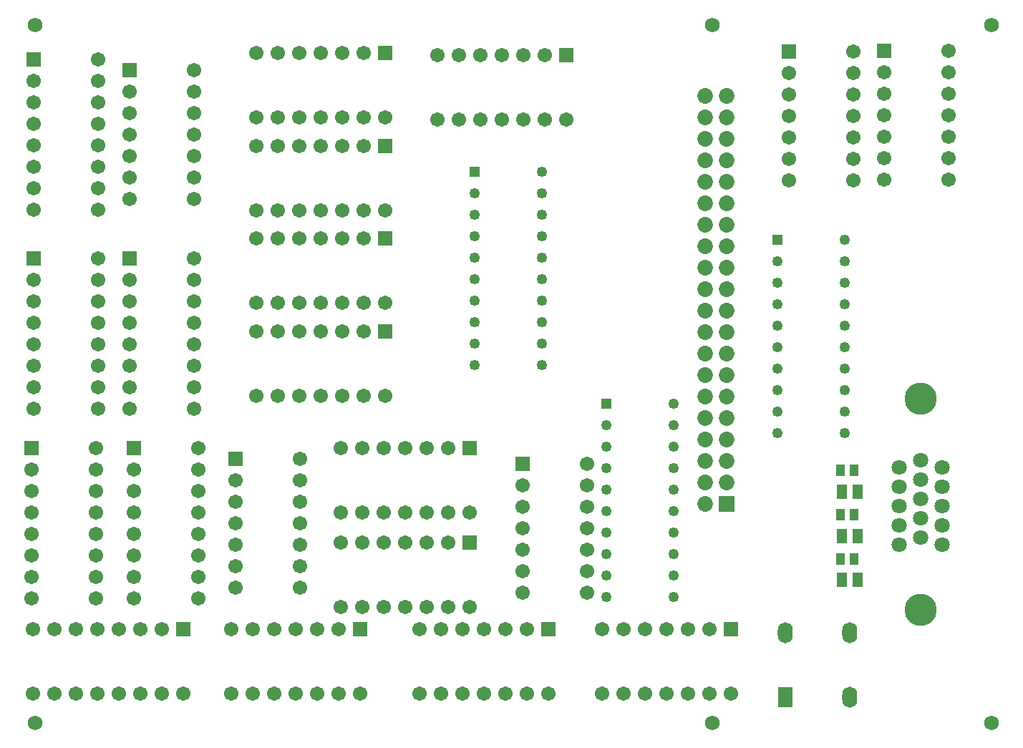
<source format=gts>
%FSTAX23Y23*%
%MOIN*%
%SFA1B1*%

%IPPOS*%
%ADD20R,0.039500X0.057210*%
%ADD21R,0.049340X0.065090*%
%ADD22C,0.068000*%
%ADD23C,0.067060*%
%ADD24R,0.067060X0.067060*%
%ADD25R,0.067060X0.067060*%
%ADD26C,0.049210*%
%ADD27R,0.049210X0.049210*%
%ADD28R,0.070000X0.098000*%
%ADD29O,0.070000X0.098000*%
%ADD30C,0.070700*%
%ADD31C,0.149700*%
%ADD32C,0.072960*%
%ADD33R,0.072960X0.072960*%
%LN6502_vga-1*%
%LPD*%
G54D20*
X09356Y02158D03*
X09293D03*
X09356Y02364D03*
X09293D03*
X09356Y0257D03*
X09293D03*
G54D21*
X09371Y0206D03*
X09298D03*
X09371Y02265D03*
X09298D03*
X09371Y02471D03*
X09298D03*
G54D22*
X0554Y04645D03*
Y01395D03*
X09995D03*
X08695Y01394D03*
X09995Y04645D03*
X08695Y04644D03*
G54D23*
X0811Y02D03*
Y021D03*
Y022D03*
Y023D03*
Y024D03*
Y025D03*
Y026D03*
X0781Y02D03*
Y021D03*
Y022D03*
Y023D03*
Y024D03*
Y025D03*
X0657Y02918D03*
X0667D03*
X0677D03*
X0687D03*
X0697D03*
X0707D03*
X0717D03*
X0657Y03218D03*
X0667D03*
X0677D03*
X0687D03*
X0697D03*
X0707D03*
X0657Y04213D03*
X0667D03*
X0677D03*
X0687D03*
X0697D03*
X0707D03*
X0717D03*
X0657Y04513D03*
X0667D03*
X0677D03*
X0687D03*
X0697D03*
X0707D03*
X0657Y03781D03*
X0667D03*
X0677D03*
X0687D03*
X0697D03*
X0707D03*
X0717D03*
X0657Y04081D03*
X0667D03*
X0677D03*
X0687D03*
X0697D03*
X0707D03*
X0657Y0335D03*
X0667D03*
X0677D03*
X0687D03*
X0697D03*
X0707D03*
X0717D03*
X0657Y0365D03*
X0667D03*
X0677D03*
X0687D03*
X0697D03*
X0707D03*
X06455Y0153D03*
X06555D03*
X06655D03*
X06755D03*
X06855D03*
X06955D03*
X07055D03*
X06455Y0183D03*
X06555D03*
X06655D03*
X06755D03*
X06855D03*
X06955D03*
X0613D03*
X0603D03*
X0593D03*
X0583D03*
X0573D03*
X0563D03*
X0553D03*
X0623Y0153D03*
X0613D03*
X0603D03*
X0593D03*
X0583D03*
X0573D03*
X0563D03*
X0553D03*
X06Y02575D03*
Y02475D03*
Y02375D03*
Y02275D03*
Y02175D03*
Y02075D03*
Y01975D03*
X063Y02675D03*
Y02575D03*
Y02475D03*
Y02375D03*
Y02275D03*
Y02175D03*
Y02075D03*
Y01975D03*
X05525Y02575D03*
Y02475D03*
Y02375D03*
Y02275D03*
Y02175D03*
Y02075D03*
Y01975D03*
X05825Y02675D03*
Y02575D03*
Y02475D03*
Y02375D03*
Y02275D03*
Y02175D03*
Y02075D03*
Y01975D03*
X0628Y02858D03*
Y02958D03*
Y03058D03*
Y03158D03*
Y03258D03*
Y03358D03*
Y03458D03*
Y03558D03*
X0598Y02858D03*
Y02958D03*
Y03058D03*
Y03158D03*
Y03258D03*
Y03358D03*
Y03458D03*
X05835Y02858D03*
Y02958D03*
Y03058D03*
Y03158D03*
Y03258D03*
Y03358D03*
Y03458D03*
Y03558D03*
X05535Y02858D03*
Y02958D03*
Y03058D03*
Y03158D03*
Y03258D03*
Y03358D03*
Y03458D03*
X05835Y03783D03*
Y03883D03*
Y03983D03*
Y04083D03*
Y04183D03*
Y04283D03*
Y04383D03*
Y04483D03*
X05535Y03783D03*
Y03883D03*
Y03983D03*
Y04083D03*
Y04183D03*
Y04283D03*
Y04383D03*
X0628Y03833D03*
Y03933D03*
Y04033D03*
Y04133D03*
Y04233D03*
Y04333D03*
Y04433D03*
X0598Y03833D03*
Y03933D03*
Y04033D03*
Y04133D03*
Y04233D03*
Y04333D03*
X09795Y03925D03*
Y04025D03*
Y04125D03*
Y04225D03*
Y04325D03*
Y04425D03*
Y04525D03*
X09495Y03925D03*
Y04025D03*
Y04125D03*
Y04225D03*
Y04325D03*
Y04425D03*
X0935Y0392D03*
Y0402D03*
Y0412D03*
Y0422D03*
Y0432D03*
Y0442D03*
Y0452D03*
X0905Y0392D03*
Y0402D03*
Y0412D03*
Y0422D03*
Y0432D03*
Y0442D03*
X07415Y04205D03*
X07515D03*
X07615D03*
X07715D03*
X07815D03*
X07915D03*
X08015D03*
X07415Y04505D03*
X07515D03*
X07615D03*
X07715D03*
X07815D03*
X07915D03*
X06965Y02375D03*
X07065D03*
X07165D03*
X07265D03*
X07365D03*
X07465D03*
X07565D03*
X06965Y02675D03*
X07065D03*
X07165D03*
X07265D03*
X07365D03*
X07465D03*
X06965Y01935D03*
X07065D03*
X07165D03*
X07265D03*
X07365D03*
X07465D03*
X07565D03*
X06965Y02235D03*
X07065D03*
X07165D03*
X07265D03*
X07365D03*
X07465D03*
X0733Y0153D03*
X0743D03*
X0753D03*
X0763D03*
X0773D03*
X0783D03*
X0793D03*
X0733Y0183D03*
X0743D03*
X0753D03*
X0763D03*
X0773D03*
X0783D03*
X0818Y0153D03*
X0828D03*
X0838D03*
X0848D03*
X0858D03*
X0868D03*
X0878D03*
X0818Y0183D03*
X0828D03*
X0838D03*
X0848D03*
X0858D03*
X0868D03*
X06775Y02025D03*
Y02125D03*
Y02225D03*
Y02325D03*
Y02425D03*
Y02525D03*
Y02625D03*
X06475Y02025D03*
Y02125D03*
Y02225D03*
Y02325D03*
Y02425D03*
Y02525D03*
G54D24*
X0781Y026D03*
X06Y02675D03*
X05525D03*
X0598Y03558D03*
X05535D03*
Y04483D03*
X0598Y04433D03*
X09495Y04525D03*
X0905Y0452D03*
X06475Y02625D03*
G54D25*
X0717Y03218D03*
Y04513D03*
Y04081D03*
Y0365D03*
X07055Y0183D03*
X0623D03*
X08015Y04505D03*
X07565Y02675D03*
Y02235D03*
X0793Y0183D03*
X0878D03*
G54D26*
X0931Y03645D03*
Y03545D03*
Y03445D03*
Y03345D03*
Y03245D03*
Y03145D03*
Y03045D03*
Y02945D03*
Y02845D03*
Y02745D03*
X08997D03*
Y02845D03*
Y02945D03*
Y03045D03*
Y03145D03*
Y03245D03*
Y03345D03*
Y03445D03*
Y03545D03*
X08516Y0288D03*
Y0278D03*
Y0268D03*
Y0258D03*
Y0248D03*
Y0238D03*
Y0228D03*
Y0218D03*
Y0208D03*
Y0198D03*
X08203D03*
Y0208D03*
Y0218D03*
Y0228D03*
Y0238D03*
Y0248D03*
Y0258D03*
Y0268D03*
Y0278D03*
X07901Y0396D03*
Y0386D03*
Y0376D03*
Y0366D03*
Y0356D03*
Y0346D03*
Y0336D03*
Y0326D03*
Y0316D03*
Y0306D03*
X07588D03*
Y0316D03*
Y0326D03*
Y0336D03*
Y0346D03*
Y0356D03*
Y0366D03*
Y0376D03*
Y0386D03*
G54D27*
X08997Y03645D03*
X08203Y0288D03*
X07588Y0396D03*
G54D28*
X09035Y01515D03*
G54D29*
X09335Y01515D03*
Y01815D03*
X09035D03*
G54D30*
X09765Y02585D03*
Y02495D03*
Y02405D03*
Y02315D03*
Y02224D03*
X09665Y02618D03*
Y02528D03*
Y02438D03*
Y02348D03*
Y02258D03*
X09565Y02585D03*
Y02495D03*
Y02405D03*
Y02315D03*
Y02224D03*
G54D31*
X09665Y02905D03*
Y01921D03*
G54D32*
X0866Y04315D03*
Y04215D03*
Y04115D03*
X0876Y04315D03*
Y04215D03*
Y04115D03*
X0866Y03915D03*
X0876D03*
X0866Y03715D03*
X0876D03*
X0866Y03515D03*
X0876D03*
X0866Y03415D03*
X0876D03*
X0866Y03215D03*
X0876D03*
X0866Y03015D03*
X0876D03*
X0866Y02715D03*
X0876D03*
X0866Y02615D03*
X0876D03*
X0866Y02415D03*
X0876Y02515D03*
X0866D03*
X0876Y02815D03*
X0866D03*
X0876Y02915D03*
X0866D03*
X0876Y03115D03*
X0866D03*
X0876Y03315D03*
X0866D03*
X0876Y03615D03*
X0866D03*
X0876Y03815D03*
X0866D03*
X0876Y04015D03*
X0866D03*
G54D33*
X0876Y02415D03*
M02*
</source>
